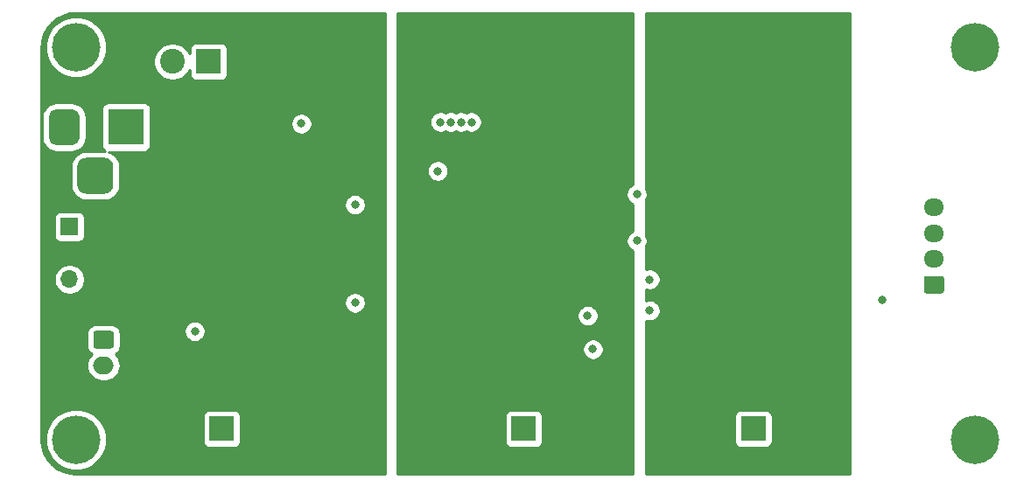
<source format=gbr>
G04 #@! TF.GenerationSoftware,KiCad,Pcbnew,5.1.10-88a1d61d58~90~ubuntu21.04.1*
G04 #@! TF.CreationDate,2021-09-08T16:27:19+02:00*
G04 #@! TF.ProjectId,PowerDistribution,506f7765-7244-4697-9374-726962757469,rev?*
G04 #@! TF.SameCoordinates,Original*
G04 #@! TF.FileFunction,Copper,L3,Inr*
G04 #@! TF.FilePolarity,Positive*
%FSLAX46Y46*%
G04 Gerber Fmt 4.6, Leading zero omitted, Abs format (unit mm)*
G04 Created by KiCad (PCBNEW 5.1.10-88a1d61d58~90~ubuntu21.04.1) date 2021-09-08 16:27:19*
%MOMM*%
%LPD*%
G01*
G04 APERTURE LIST*
G04 #@! TA.AperFunction,ComponentPad*
%ADD10C,2.400000*%
G04 #@! TD*
G04 #@! TA.AperFunction,ComponentPad*
%ADD11R,2.400000X2.400000*%
G04 #@! TD*
G04 #@! TA.AperFunction,ComponentPad*
%ADD12C,4.700000*%
G04 #@! TD*
G04 #@! TA.AperFunction,ComponentPad*
%ADD13O,1.950000X1.700000*%
G04 #@! TD*
G04 #@! TA.AperFunction,ComponentPad*
%ADD14R,3.500000X3.500000*%
G04 #@! TD*
G04 #@! TA.AperFunction,ComponentPad*
%ADD15O,1.700000X1.700000*%
G04 #@! TD*
G04 #@! TA.AperFunction,ComponentPad*
%ADD16R,1.700000X1.700000*%
G04 #@! TD*
G04 #@! TA.AperFunction,ComponentPad*
%ADD17O,2.000000X1.700000*%
G04 #@! TD*
G04 #@! TA.AperFunction,ViaPad*
%ADD18C,0.800000*%
G04 #@! TD*
G04 #@! TA.AperFunction,Conductor*
%ADD19C,0.254000*%
G04 #@! TD*
G04 #@! TA.AperFunction,Conductor*
%ADD20C,0.100000*%
G04 #@! TD*
G04 APERTURE END LIST*
D10*
X33330000Y-25400000D03*
D11*
X36830000Y-25400000D03*
D10*
X41600000Y-60960000D03*
D11*
X38100000Y-60960000D03*
D10*
X93035000Y-60960000D03*
D11*
X89535000Y-60960000D03*
D10*
X70810000Y-60960000D03*
D11*
X67310000Y-60960000D03*
D12*
X24000000Y-24000000D03*
D13*
X107000000Y-39500000D03*
X107000000Y-42000000D03*
X107000000Y-44500000D03*
G04 #@! TA.AperFunction,ComponentPad*
G36*
G01*
X107725000Y-47850000D02*
X106275000Y-47850000D01*
G75*
G02*
X106025000Y-47600000I0J250000D01*
G01*
X106025000Y-46400000D01*
G75*
G02*
X106275000Y-46150000I250000J0D01*
G01*
X107725000Y-46150000D01*
G75*
G02*
X107975000Y-46400000I0J-250000D01*
G01*
X107975000Y-47600000D01*
G75*
G02*
X107725000Y-47850000I-250000J0D01*
G01*
G37*
G04 #@! TD.AperFunction*
D12*
X111000000Y-24000000D03*
X111000000Y-62000000D03*
X24000000Y-62000000D03*
G04 #@! TA.AperFunction,ComponentPad*
G36*
G01*
X24110000Y-37325000D02*
X24110000Y-35575000D01*
G75*
G02*
X24985000Y-34700000I875000J0D01*
G01*
X26735000Y-34700000D01*
G75*
G02*
X27610000Y-35575000I0J-875000D01*
G01*
X27610000Y-37325000D01*
G75*
G02*
X26735000Y-38200000I-875000J0D01*
G01*
X24985000Y-38200000D01*
G75*
G02*
X24110000Y-37325000I0J875000D01*
G01*
G37*
G04 #@! TD.AperFunction*
G04 #@! TA.AperFunction,ComponentPad*
G36*
G01*
X21360000Y-32750000D02*
X21360000Y-30750000D01*
G75*
G02*
X22110000Y-30000000I750000J0D01*
G01*
X23610000Y-30000000D01*
G75*
G02*
X24360000Y-30750000I0J-750000D01*
G01*
X24360000Y-32750000D01*
G75*
G02*
X23610000Y-33500000I-750000J0D01*
G01*
X22110000Y-33500000D01*
G75*
G02*
X21360000Y-32750000I0J750000D01*
G01*
G37*
G04 #@! TD.AperFunction*
D14*
X28860000Y-31750000D03*
D15*
X23368000Y-46482000D03*
X23368000Y-43942000D03*
D16*
X23368000Y-41402000D03*
D17*
X26670000Y-54824000D03*
G04 #@! TA.AperFunction,ComponentPad*
G36*
G01*
X25920000Y-51474000D02*
X27420000Y-51474000D01*
G75*
G02*
X27670000Y-51724000I0J-250000D01*
G01*
X27670000Y-52924000D01*
G75*
G02*
X27420000Y-53174000I-250000J0D01*
G01*
X25920000Y-53174000D01*
G75*
G02*
X25670000Y-52924000I0J250000D01*
G01*
X25670000Y-51724000D01*
G75*
G02*
X25920000Y-51474000I250000J0D01*
G01*
G37*
G04 #@! TD.AperFunction*
D18*
X102000000Y-48500000D03*
X61250000Y-31250000D03*
X60250000Y-31250000D03*
X59250000Y-31250000D03*
X62250000Y-31250000D03*
X79500000Y-46500000D03*
X79500000Y-49500000D03*
X59000000Y-36000000D03*
X45800000Y-31400000D03*
X50600000Y-21400000D03*
X49600000Y-21400000D03*
X48600000Y-21400000D03*
X26670000Y-43942000D03*
X25653994Y-43942000D03*
X59000000Y-53000000D03*
X60000000Y-53000000D03*
X61000000Y-53000000D03*
X61000000Y-52000000D03*
X60000000Y-52000000D03*
X59000000Y-52000000D03*
X69000000Y-53000000D03*
X68000000Y-53000000D03*
X69000000Y-23000000D03*
X74000000Y-53250000D03*
X35500000Y-51500000D03*
X73500000Y-50000000D03*
X86025000Y-29975000D03*
X84350000Y-29650000D03*
X51000000Y-48750000D03*
X78250410Y-42749590D03*
X51000000Y-39250000D03*
X78250000Y-38250000D03*
D19*
X53873000Y-65340000D02*
X24032279Y-65340000D01*
X23351874Y-65273286D01*
X22728430Y-65085057D01*
X22153427Y-64779323D01*
X21648752Y-64367721D01*
X21233638Y-63865933D01*
X20923896Y-63293077D01*
X20731318Y-62670961D01*
X20660000Y-61992417D01*
X20660000Y-61706003D01*
X21015000Y-61706003D01*
X21015000Y-62293997D01*
X21129712Y-62870692D01*
X21354727Y-63413928D01*
X21681399Y-63902826D01*
X22097174Y-64318601D01*
X22586072Y-64645273D01*
X23129308Y-64870288D01*
X23706003Y-64985000D01*
X24293997Y-64985000D01*
X24870692Y-64870288D01*
X25413928Y-64645273D01*
X25902826Y-64318601D01*
X26318601Y-63902826D01*
X26645273Y-63413928D01*
X26870288Y-62870692D01*
X26985000Y-62293997D01*
X26985000Y-61706003D01*
X26870288Y-61129308D01*
X26645273Y-60586072D01*
X26318601Y-60097174D01*
X25981427Y-59760000D01*
X36261928Y-59760000D01*
X36261928Y-62160000D01*
X36274188Y-62284482D01*
X36310498Y-62404180D01*
X36369463Y-62514494D01*
X36448815Y-62611185D01*
X36545506Y-62690537D01*
X36655820Y-62749502D01*
X36775518Y-62785812D01*
X36900000Y-62798072D01*
X39300000Y-62798072D01*
X39424482Y-62785812D01*
X39544180Y-62749502D01*
X39654494Y-62690537D01*
X39751185Y-62611185D01*
X39830537Y-62514494D01*
X39889502Y-62404180D01*
X39925812Y-62284482D01*
X39938072Y-62160000D01*
X39938072Y-59760000D01*
X39925812Y-59635518D01*
X39889502Y-59515820D01*
X39830537Y-59405506D01*
X39751185Y-59308815D01*
X39654494Y-59229463D01*
X39544180Y-59170498D01*
X39424482Y-59134188D01*
X39300000Y-59121928D01*
X36900000Y-59121928D01*
X36775518Y-59134188D01*
X36655820Y-59170498D01*
X36545506Y-59229463D01*
X36448815Y-59308815D01*
X36369463Y-59405506D01*
X36310498Y-59515820D01*
X36274188Y-59635518D01*
X36261928Y-59760000D01*
X25981427Y-59760000D01*
X25902826Y-59681399D01*
X25413928Y-59354727D01*
X24870692Y-59129712D01*
X24293997Y-59015000D01*
X23706003Y-59015000D01*
X23129308Y-59129712D01*
X22586072Y-59354727D01*
X22097174Y-59681399D01*
X21681399Y-60097174D01*
X21354727Y-60586072D01*
X21129712Y-61129308D01*
X21015000Y-61706003D01*
X20660000Y-61706003D01*
X20660000Y-54824000D01*
X25027815Y-54824000D01*
X25056487Y-55115111D01*
X25141401Y-55395034D01*
X25279294Y-55653014D01*
X25464866Y-55879134D01*
X25690986Y-56064706D01*
X25948966Y-56202599D01*
X26228889Y-56287513D01*
X26447050Y-56309000D01*
X26892950Y-56309000D01*
X27111111Y-56287513D01*
X27391034Y-56202599D01*
X27649014Y-56064706D01*
X27875134Y-55879134D01*
X28060706Y-55653014D01*
X28198599Y-55395034D01*
X28283513Y-55115111D01*
X28312185Y-54824000D01*
X28283513Y-54532889D01*
X28198599Y-54252966D01*
X28060706Y-53994986D01*
X27875134Y-53768866D01*
X27811663Y-53716777D01*
X27913386Y-53662405D01*
X28047962Y-53551962D01*
X28158405Y-53417386D01*
X28240472Y-53263850D01*
X28291008Y-53097254D01*
X28308072Y-52924000D01*
X28308072Y-51724000D01*
X28291008Y-51550746D01*
X28244692Y-51398061D01*
X34465000Y-51398061D01*
X34465000Y-51601939D01*
X34504774Y-51801898D01*
X34582795Y-51990256D01*
X34696063Y-52159774D01*
X34840226Y-52303937D01*
X35009744Y-52417205D01*
X35198102Y-52495226D01*
X35398061Y-52535000D01*
X35601939Y-52535000D01*
X35801898Y-52495226D01*
X35990256Y-52417205D01*
X36159774Y-52303937D01*
X36303937Y-52159774D01*
X36417205Y-51990256D01*
X36495226Y-51801898D01*
X36535000Y-51601939D01*
X36535000Y-51398061D01*
X36495226Y-51198102D01*
X36417205Y-51009744D01*
X36303937Y-50840226D01*
X36159774Y-50696063D01*
X35990256Y-50582795D01*
X35801898Y-50504774D01*
X35601939Y-50465000D01*
X35398061Y-50465000D01*
X35198102Y-50504774D01*
X35009744Y-50582795D01*
X34840226Y-50696063D01*
X34696063Y-50840226D01*
X34582795Y-51009744D01*
X34504774Y-51198102D01*
X34465000Y-51398061D01*
X28244692Y-51398061D01*
X28240472Y-51384150D01*
X28158405Y-51230614D01*
X28047962Y-51096038D01*
X27913386Y-50985595D01*
X27759850Y-50903528D01*
X27593254Y-50852992D01*
X27420000Y-50835928D01*
X25920000Y-50835928D01*
X25746746Y-50852992D01*
X25580150Y-50903528D01*
X25426614Y-50985595D01*
X25292038Y-51096038D01*
X25181595Y-51230614D01*
X25099528Y-51384150D01*
X25048992Y-51550746D01*
X25031928Y-51724000D01*
X25031928Y-52924000D01*
X25048992Y-53097254D01*
X25099528Y-53263850D01*
X25181595Y-53417386D01*
X25292038Y-53551962D01*
X25426614Y-53662405D01*
X25528337Y-53716777D01*
X25464866Y-53768866D01*
X25279294Y-53994986D01*
X25141401Y-54252966D01*
X25056487Y-54532889D01*
X25027815Y-54824000D01*
X20660000Y-54824000D01*
X20660000Y-48648061D01*
X49965000Y-48648061D01*
X49965000Y-48851939D01*
X50004774Y-49051898D01*
X50082795Y-49240256D01*
X50196063Y-49409774D01*
X50340226Y-49553937D01*
X50509744Y-49667205D01*
X50698102Y-49745226D01*
X50898061Y-49785000D01*
X51101939Y-49785000D01*
X51301898Y-49745226D01*
X51490256Y-49667205D01*
X51659774Y-49553937D01*
X51803937Y-49409774D01*
X51917205Y-49240256D01*
X51995226Y-49051898D01*
X52035000Y-48851939D01*
X52035000Y-48648061D01*
X51995226Y-48448102D01*
X51917205Y-48259744D01*
X51803937Y-48090226D01*
X51659774Y-47946063D01*
X51490256Y-47832795D01*
X51301898Y-47754774D01*
X51101939Y-47715000D01*
X50898061Y-47715000D01*
X50698102Y-47754774D01*
X50509744Y-47832795D01*
X50340226Y-47946063D01*
X50196063Y-48090226D01*
X50082795Y-48259744D01*
X50004774Y-48448102D01*
X49965000Y-48648061D01*
X20660000Y-48648061D01*
X20660000Y-46335740D01*
X21883000Y-46335740D01*
X21883000Y-46628260D01*
X21940068Y-46915158D01*
X22052010Y-47185411D01*
X22214525Y-47428632D01*
X22421368Y-47635475D01*
X22664589Y-47797990D01*
X22934842Y-47909932D01*
X23221740Y-47967000D01*
X23514260Y-47967000D01*
X23801158Y-47909932D01*
X24071411Y-47797990D01*
X24314632Y-47635475D01*
X24521475Y-47428632D01*
X24683990Y-47185411D01*
X24795932Y-46915158D01*
X24853000Y-46628260D01*
X24853000Y-46335740D01*
X24795932Y-46048842D01*
X24683990Y-45778589D01*
X24521475Y-45535368D01*
X24314632Y-45328525D01*
X24071411Y-45166010D01*
X23801158Y-45054068D01*
X23514260Y-44997000D01*
X23221740Y-44997000D01*
X22934842Y-45054068D01*
X22664589Y-45166010D01*
X22421368Y-45328525D01*
X22214525Y-45535368D01*
X22052010Y-45778589D01*
X21940068Y-46048842D01*
X21883000Y-46335740D01*
X20660000Y-46335740D01*
X20660000Y-40552000D01*
X21879928Y-40552000D01*
X21879928Y-42252000D01*
X21892188Y-42376482D01*
X21928498Y-42496180D01*
X21987463Y-42606494D01*
X22066815Y-42703185D01*
X22163506Y-42782537D01*
X22273820Y-42841502D01*
X22393518Y-42877812D01*
X22518000Y-42890072D01*
X24218000Y-42890072D01*
X24342482Y-42877812D01*
X24462180Y-42841502D01*
X24572494Y-42782537D01*
X24669185Y-42703185D01*
X24748537Y-42606494D01*
X24807502Y-42496180D01*
X24843812Y-42376482D01*
X24856072Y-42252000D01*
X24856072Y-40552000D01*
X24843812Y-40427518D01*
X24807502Y-40307820D01*
X24748537Y-40197506D01*
X24669185Y-40100815D01*
X24572494Y-40021463D01*
X24462180Y-39962498D01*
X24342482Y-39926188D01*
X24218000Y-39913928D01*
X22518000Y-39913928D01*
X22393518Y-39926188D01*
X22273820Y-39962498D01*
X22163506Y-40021463D01*
X22066815Y-40100815D01*
X21987463Y-40197506D01*
X21928498Y-40307820D01*
X21892188Y-40427518D01*
X21879928Y-40552000D01*
X20660000Y-40552000D01*
X20660000Y-39148061D01*
X49965000Y-39148061D01*
X49965000Y-39351939D01*
X50004774Y-39551898D01*
X50082795Y-39740256D01*
X50196063Y-39909774D01*
X50340226Y-40053937D01*
X50509744Y-40167205D01*
X50698102Y-40245226D01*
X50898061Y-40285000D01*
X51101939Y-40285000D01*
X51301898Y-40245226D01*
X51490256Y-40167205D01*
X51659774Y-40053937D01*
X51803937Y-39909774D01*
X51917205Y-39740256D01*
X51995226Y-39551898D01*
X52035000Y-39351939D01*
X52035000Y-39148061D01*
X51995226Y-38948102D01*
X51917205Y-38759744D01*
X51803937Y-38590226D01*
X51659774Y-38446063D01*
X51490256Y-38332795D01*
X51301898Y-38254774D01*
X51101939Y-38215000D01*
X50898061Y-38215000D01*
X50698102Y-38254774D01*
X50509744Y-38332795D01*
X50340226Y-38446063D01*
X50196063Y-38590226D01*
X50082795Y-38759744D01*
X50004774Y-38948102D01*
X49965000Y-39148061D01*
X20660000Y-39148061D01*
X20660000Y-35575000D01*
X23471928Y-35575000D01*
X23471928Y-37325000D01*
X23501001Y-37620186D01*
X23587104Y-37904028D01*
X23726927Y-38165618D01*
X23915097Y-38394903D01*
X24144382Y-38583073D01*
X24405972Y-38722896D01*
X24689814Y-38808999D01*
X24985000Y-38838072D01*
X26735000Y-38838072D01*
X27030186Y-38808999D01*
X27314028Y-38722896D01*
X27575618Y-38583073D01*
X27804903Y-38394903D01*
X27993073Y-38165618D01*
X28132896Y-37904028D01*
X28218999Y-37620186D01*
X28248072Y-37325000D01*
X28248072Y-35575000D01*
X28218999Y-35279814D01*
X28132896Y-34995972D01*
X27993073Y-34734382D01*
X27804903Y-34505097D01*
X27575618Y-34316927D01*
X27314028Y-34177104D01*
X27185357Y-34138072D01*
X30610000Y-34138072D01*
X30734482Y-34125812D01*
X30854180Y-34089502D01*
X30964494Y-34030537D01*
X31061185Y-33951185D01*
X31140537Y-33854494D01*
X31199502Y-33744180D01*
X31235812Y-33624482D01*
X31248072Y-33500000D01*
X31248072Y-31298061D01*
X44765000Y-31298061D01*
X44765000Y-31501939D01*
X44804774Y-31701898D01*
X44882795Y-31890256D01*
X44996063Y-32059774D01*
X45140226Y-32203937D01*
X45309744Y-32317205D01*
X45498102Y-32395226D01*
X45698061Y-32435000D01*
X45901939Y-32435000D01*
X46101898Y-32395226D01*
X46290256Y-32317205D01*
X46459774Y-32203937D01*
X46603937Y-32059774D01*
X46717205Y-31890256D01*
X46795226Y-31701898D01*
X46835000Y-31501939D01*
X46835000Y-31298061D01*
X46795226Y-31098102D01*
X46717205Y-30909744D01*
X46603937Y-30740226D01*
X46459774Y-30596063D01*
X46290256Y-30482795D01*
X46101898Y-30404774D01*
X45901939Y-30365000D01*
X45698061Y-30365000D01*
X45498102Y-30404774D01*
X45309744Y-30482795D01*
X45140226Y-30596063D01*
X44996063Y-30740226D01*
X44882795Y-30909744D01*
X44804774Y-31098102D01*
X44765000Y-31298061D01*
X31248072Y-31298061D01*
X31248072Y-30000000D01*
X31235812Y-29875518D01*
X31199502Y-29755820D01*
X31140537Y-29645506D01*
X31061185Y-29548815D01*
X30964494Y-29469463D01*
X30854180Y-29410498D01*
X30734482Y-29374188D01*
X30610000Y-29361928D01*
X27110000Y-29361928D01*
X26985518Y-29374188D01*
X26865820Y-29410498D01*
X26755506Y-29469463D01*
X26658815Y-29548815D01*
X26579463Y-29645506D01*
X26520498Y-29755820D01*
X26484188Y-29875518D01*
X26471928Y-30000000D01*
X26471928Y-33500000D01*
X26484188Y-33624482D01*
X26520498Y-33744180D01*
X26579463Y-33854494D01*
X26658815Y-33951185D01*
X26755506Y-34030537D01*
X26832131Y-34071494D01*
X26735000Y-34061928D01*
X24985000Y-34061928D01*
X24689814Y-34091001D01*
X24405972Y-34177104D01*
X24144382Y-34316927D01*
X23915097Y-34505097D01*
X23726927Y-34734382D01*
X23587104Y-34995972D01*
X23501001Y-35279814D01*
X23471928Y-35575000D01*
X20660000Y-35575000D01*
X20660000Y-30750000D01*
X20721928Y-30750000D01*
X20721928Y-32750000D01*
X20748599Y-33020799D01*
X20827589Y-33281192D01*
X20955860Y-33521171D01*
X21128485Y-33731515D01*
X21338829Y-33904140D01*
X21578808Y-34032411D01*
X21839201Y-34111401D01*
X22110000Y-34138072D01*
X23610000Y-34138072D01*
X23880799Y-34111401D01*
X24141192Y-34032411D01*
X24381171Y-33904140D01*
X24591515Y-33731515D01*
X24764140Y-33521171D01*
X24892411Y-33281192D01*
X24971401Y-33020799D01*
X24998072Y-32750000D01*
X24998072Y-30750000D01*
X24971401Y-30479201D01*
X24892411Y-30218808D01*
X24764140Y-29978829D01*
X24591515Y-29768485D01*
X24381171Y-29595860D01*
X24141192Y-29467589D01*
X23880799Y-29388599D01*
X23610000Y-29361928D01*
X22110000Y-29361928D01*
X21839201Y-29388599D01*
X21578808Y-29467589D01*
X21338829Y-29595860D01*
X21128485Y-29768485D01*
X20955860Y-29978829D01*
X20827589Y-30218808D01*
X20748599Y-30479201D01*
X20721928Y-30750000D01*
X20660000Y-30750000D01*
X20660000Y-24032278D01*
X20691991Y-23706003D01*
X21015000Y-23706003D01*
X21015000Y-24293997D01*
X21129712Y-24870692D01*
X21354727Y-25413928D01*
X21681399Y-25902826D01*
X22097174Y-26318601D01*
X22586072Y-26645273D01*
X23129308Y-26870288D01*
X23706003Y-26985000D01*
X24293997Y-26985000D01*
X24870692Y-26870288D01*
X25413928Y-26645273D01*
X25902826Y-26318601D01*
X26318601Y-25902826D01*
X26645273Y-25413928D01*
X26725903Y-25219268D01*
X31495000Y-25219268D01*
X31495000Y-25580732D01*
X31565518Y-25935250D01*
X31703844Y-26269199D01*
X31904662Y-26569744D01*
X32160256Y-26825338D01*
X32460801Y-27026156D01*
X32794750Y-27164482D01*
X33149268Y-27235000D01*
X33510732Y-27235000D01*
X33865250Y-27164482D01*
X34199199Y-27026156D01*
X34499744Y-26825338D01*
X34755338Y-26569744D01*
X34956156Y-26269199D01*
X34991928Y-26182838D01*
X34991928Y-26600000D01*
X35004188Y-26724482D01*
X35040498Y-26844180D01*
X35099463Y-26954494D01*
X35178815Y-27051185D01*
X35275506Y-27130537D01*
X35385820Y-27189502D01*
X35505518Y-27225812D01*
X35630000Y-27238072D01*
X38030000Y-27238072D01*
X38154482Y-27225812D01*
X38274180Y-27189502D01*
X38384494Y-27130537D01*
X38481185Y-27051185D01*
X38560537Y-26954494D01*
X38619502Y-26844180D01*
X38655812Y-26724482D01*
X38668072Y-26600000D01*
X38668072Y-24200000D01*
X38655812Y-24075518D01*
X38619502Y-23955820D01*
X38560537Y-23845506D01*
X38481185Y-23748815D01*
X38384494Y-23669463D01*
X38274180Y-23610498D01*
X38154482Y-23574188D01*
X38030000Y-23561928D01*
X35630000Y-23561928D01*
X35505518Y-23574188D01*
X35385820Y-23610498D01*
X35275506Y-23669463D01*
X35178815Y-23748815D01*
X35099463Y-23845506D01*
X35040498Y-23955820D01*
X35004188Y-24075518D01*
X34991928Y-24200000D01*
X34991928Y-24617162D01*
X34956156Y-24530801D01*
X34755338Y-24230256D01*
X34499744Y-23974662D01*
X34199199Y-23773844D01*
X33865250Y-23635518D01*
X33510732Y-23565000D01*
X33149268Y-23565000D01*
X32794750Y-23635518D01*
X32460801Y-23773844D01*
X32160256Y-23974662D01*
X31904662Y-24230256D01*
X31703844Y-24530801D01*
X31565518Y-24864750D01*
X31495000Y-25219268D01*
X26725903Y-25219268D01*
X26870288Y-24870692D01*
X26985000Y-24293997D01*
X26985000Y-23706003D01*
X26870288Y-23129308D01*
X26645273Y-22586072D01*
X26318601Y-22097174D01*
X25902826Y-21681399D01*
X25413928Y-21354727D01*
X24870692Y-21129712D01*
X24293997Y-21015000D01*
X23706003Y-21015000D01*
X23129308Y-21129712D01*
X22586072Y-21354727D01*
X22097174Y-21681399D01*
X21681399Y-22097174D01*
X21354727Y-22586072D01*
X21129712Y-23129308D01*
X21015000Y-23706003D01*
X20691991Y-23706003D01*
X20726714Y-23351874D01*
X20914943Y-22728428D01*
X21220681Y-22153421D01*
X21632279Y-21648753D01*
X22134067Y-21233638D01*
X22706924Y-20923895D01*
X23329039Y-20731318D01*
X24007584Y-20660000D01*
X53873000Y-20660000D01*
X53873000Y-65340000D01*
G04 #@! TA.AperFunction,Conductor*
D20*
G36*
X53873000Y-65340000D02*
G01*
X24032279Y-65340000D01*
X23351874Y-65273286D01*
X22728430Y-65085057D01*
X22153427Y-64779323D01*
X21648752Y-64367721D01*
X21233638Y-63865933D01*
X20923896Y-63293077D01*
X20731318Y-62670961D01*
X20660000Y-61992417D01*
X20660000Y-61706003D01*
X21015000Y-61706003D01*
X21015000Y-62293997D01*
X21129712Y-62870692D01*
X21354727Y-63413928D01*
X21681399Y-63902826D01*
X22097174Y-64318601D01*
X22586072Y-64645273D01*
X23129308Y-64870288D01*
X23706003Y-64985000D01*
X24293997Y-64985000D01*
X24870692Y-64870288D01*
X25413928Y-64645273D01*
X25902826Y-64318601D01*
X26318601Y-63902826D01*
X26645273Y-63413928D01*
X26870288Y-62870692D01*
X26985000Y-62293997D01*
X26985000Y-61706003D01*
X26870288Y-61129308D01*
X26645273Y-60586072D01*
X26318601Y-60097174D01*
X25981427Y-59760000D01*
X36261928Y-59760000D01*
X36261928Y-62160000D01*
X36274188Y-62284482D01*
X36310498Y-62404180D01*
X36369463Y-62514494D01*
X36448815Y-62611185D01*
X36545506Y-62690537D01*
X36655820Y-62749502D01*
X36775518Y-62785812D01*
X36900000Y-62798072D01*
X39300000Y-62798072D01*
X39424482Y-62785812D01*
X39544180Y-62749502D01*
X39654494Y-62690537D01*
X39751185Y-62611185D01*
X39830537Y-62514494D01*
X39889502Y-62404180D01*
X39925812Y-62284482D01*
X39938072Y-62160000D01*
X39938072Y-59760000D01*
X39925812Y-59635518D01*
X39889502Y-59515820D01*
X39830537Y-59405506D01*
X39751185Y-59308815D01*
X39654494Y-59229463D01*
X39544180Y-59170498D01*
X39424482Y-59134188D01*
X39300000Y-59121928D01*
X36900000Y-59121928D01*
X36775518Y-59134188D01*
X36655820Y-59170498D01*
X36545506Y-59229463D01*
X36448815Y-59308815D01*
X36369463Y-59405506D01*
X36310498Y-59515820D01*
X36274188Y-59635518D01*
X36261928Y-59760000D01*
X25981427Y-59760000D01*
X25902826Y-59681399D01*
X25413928Y-59354727D01*
X24870692Y-59129712D01*
X24293997Y-59015000D01*
X23706003Y-59015000D01*
X23129308Y-59129712D01*
X22586072Y-59354727D01*
X22097174Y-59681399D01*
X21681399Y-60097174D01*
X21354727Y-60586072D01*
X21129712Y-61129308D01*
X21015000Y-61706003D01*
X20660000Y-61706003D01*
X20660000Y-54824000D01*
X25027815Y-54824000D01*
X25056487Y-55115111D01*
X25141401Y-55395034D01*
X25279294Y-55653014D01*
X25464866Y-55879134D01*
X25690986Y-56064706D01*
X25948966Y-56202599D01*
X26228889Y-56287513D01*
X26447050Y-56309000D01*
X26892950Y-56309000D01*
X27111111Y-56287513D01*
X27391034Y-56202599D01*
X27649014Y-56064706D01*
X27875134Y-55879134D01*
X28060706Y-55653014D01*
X28198599Y-55395034D01*
X28283513Y-55115111D01*
X28312185Y-54824000D01*
X28283513Y-54532889D01*
X28198599Y-54252966D01*
X28060706Y-53994986D01*
X27875134Y-53768866D01*
X27811663Y-53716777D01*
X27913386Y-53662405D01*
X28047962Y-53551962D01*
X28158405Y-53417386D01*
X28240472Y-53263850D01*
X28291008Y-53097254D01*
X28308072Y-52924000D01*
X28308072Y-51724000D01*
X28291008Y-51550746D01*
X28244692Y-51398061D01*
X34465000Y-51398061D01*
X34465000Y-51601939D01*
X34504774Y-51801898D01*
X34582795Y-51990256D01*
X34696063Y-52159774D01*
X34840226Y-52303937D01*
X35009744Y-52417205D01*
X35198102Y-52495226D01*
X35398061Y-52535000D01*
X35601939Y-52535000D01*
X35801898Y-52495226D01*
X35990256Y-52417205D01*
X36159774Y-52303937D01*
X36303937Y-52159774D01*
X36417205Y-51990256D01*
X36495226Y-51801898D01*
X36535000Y-51601939D01*
X36535000Y-51398061D01*
X36495226Y-51198102D01*
X36417205Y-51009744D01*
X36303937Y-50840226D01*
X36159774Y-50696063D01*
X35990256Y-50582795D01*
X35801898Y-50504774D01*
X35601939Y-50465000D01*
X35398061Y-50465000D01*
X35198102Y-50504774D01*
X35009744Y-50582795D01*
X34840226Y-50696063D01*
X34696063Y-50840226D01*
X34582795Y-51009744D01*
X34504774Y-51198102D01*
X34465000Y-51398061D01*
X28244692Y-51398061D01*
X28240472Y-51384150D01*
X28158405Y-51230614D01*
X28047962Y-51096038D01*
X27913386Y-50985595D01*
X27759850Y-50903528D01*
X27593254Y-50852992D01*
X27420000Y-50835928D01*
X25920000Y-50835928D01*
X25746746Y-50852992D01*
X25580150Y-50903528D01*
X25426614Y-50985595D01*
X25292038Y-51096038D01*
X25181595Y-51230614D01*
X25099528Y-51384150D01*
X25048992Y-51550746D01*
X25031928Y-51724000D01*
X25031928Y-52924000D01*
X25048992Y-53097254D01*
X25099528Y-53263850D01*
X25181595Y-53417386D01*
X25292038Y-53551962D01*
X25426614Y-53662405D01*
X25528337Y-53716777D01*
X25464866Y-53768866D01*
X25279294Y-53994986D01*
X25141401Y-54252966D01*
X25056487Y-54532889D01*
X25027815Y-54824000D01*
X20660000Y-54824000D01*
X20660000Y-48648061D01*
X49965000Y-48648061D01*
X49965000Y-48851939D01*
X50004774Y-49051898D01*
X50082795Y-49240256D01*
X50196063Y-49409774D01*
X50340226Y-49553937D01*
X50509744Y-49667205D01*
X50698102Y-49745226D01*
X50898061Y-49785000D01*
X51101939Y-49785000D01*
X51301898Y-49745226D01*
X51490256Y-49667205D01*
X51659774Y-49553937D01*
X51803937Y-49409774D01*
X51917205Y-49240256D01*
X51995226Y-49051898D01*
X52035000Y-48851939D01*
X52035000Y-48648061D01*
X51995226Y-48448102D01*
X51917205Y-48259744D01*
X51803937Y-48090226D01*
X51659774Y-47946063D01*
X51490256Y-47832795D01*
X51301898Y-47754774D01*
X51101939Y-47715000D01*
X50898061Y-47715000D01*
X50698102Y-47754774D01*
X50509744Y-47832795D01*
X50340226Y-47946063D01*
X50196063Y-48090226D01*
X50082795Y-48259744D01*
X50004774Y-48448102D01*
X49965000Y-48648061D01*
X20660000Y-48648061D01*
X20660000Y-46335740D01*
X21883000Y-46335740D01*
X21883000Y-46628260D01*
X21940068Y-46915158D01*
X22052010Y-47185411D01*
X22214525Y-47428632D01*
X22421368Y-47635475D01*
X22664589Y-47797990D01*
X22934842Y-47909932D01*
X23221740Y-47967000D01*
X23514260Y-47967000D01*
X23801158Y-47909932D01*
X24071411Y-47797990D01*
X24314632Y-47635475D01*
X24521475Y-47428632D01*
X24683990Y-47185411D01*
X24795932Y-46915158D01*
X24853000Y-46628260D01*
X24853000Y-46335740D01*
X24795932Y-46048842D01*
X24683990Y-45778589D01*
X24521475Y-45535368D01*
X24314632Y-45328525D01*
X24071411Y-45166010D01*
X23801158Y-45054068D01*
X23514260Y-44997000D01*
X23221740Y-44997000D01*
X22934842Y-45054068D01*
X22664589Y-45166010D01*
X22421368Y-45328525D01*
X22214525Y-45535368D01*
X22052010Y-45778589D01*
X21940068Y-46048842D01*
X21883000Y-46335740D01*
X20660000Y-46335740D01*
X20660000Y-40552000D01*
X21879928Y-40552000D01*
X21879928Y-42252000D01*
X21892188Y-42376482D01*
X21928498Y-42496180D01*
X21987463Y-42606494D01*
X22066815Y-42703185D01*
X22163506Y-42782537D01*
X22273820Y-42841502D01*
X22393518Y-42877812D01*
X22518000Y-42890072D01*
X24218000Y-42890072D01*
X24342482Y-42877812D01*
X24462180Y-42841502D01*
X24572494Y-42782537D01*
X24669185Y-42703185D01*
X24748537Y-42606494D01*
X24807502Y-42496180D01*
X24843812Y-42376482D01*
X24856072Y-42252000D01*
X24856072Y-40552000D01*
X24843812Y-40427518D01*
X24807502Y-40307820D01*
X24748537Y-40197506D01*
X24669185Y-40100815D01*
X24572494Y-40021463D01*
X24462180Y-39962498D01*
X24342482Y-39926188D01*
X24218000Y-39913928D01*
X22518000Y-39913928D01*
X22393518Y-39926188D01*
X22273820Y-39962498D01*
X22163506Y-40021463D01*
X22066815Y-40100815D01*
X21987463Y-40197506D01*
X21928498Y-40307820D01*
X21892188Y-40427518D01*
X21879928Y-40552000D01*
X20660000Y-40552000D01*
X20660000Y-39148061D01*
X49965000Y-39148061D01*
X49965000Y-39351939D01*
X50004774Y-39551898D01*
X50082795Y-39740256D01*
X50196063Y-39909774D01*
X50340226Y-40053937D01*
X50509744Y-40167205D01*
X50698102Y-40245226D01*
X50898061Y-40285000D01*
X51101939Y-40285000D01*
X51301898Y-40245226D01*
X51490256Y-40167205D01*
X51659774Y-40053937D01*
X51803937Y-39909774D01*
X51917205Y-39740256D01*
X51995226Y-39551898D01*
X52035000Y-39351939D01*
X52035000Y-39148061D01*
X51995226Y-38948102D01*
X51917205Y-38759744D01*
X51803937Y-38590226D01*
X51659774Y-38446063D01*
X51490256Y-38332795D01*
X51301898Y-38254774D01*
X51101939Y-38215000D01*
X50898061Y-38215000D01*
X50698102Y-38254774D01*
X50509744Y-38332795D01*
X50340226Y-38446063D01*
X50196063Y-38590226D01*
X50082795Y-38759744D01*
X50004774Y-38948102D01*
X49965000Y-39148061D01*
X20660000Y-39148061D01*
X20660000Y-35575000D01*
X23471928Y-35575000D01*
X23471928Y-37325000D01*
X23501001Y-37620186D01*
X23587104Y-37904028D01*
X23726927Y-38165618D01*
X23915097Y-38394903D01*
X24144382Y-38583073D01*
X24405972Y-38722896D01*
X24689814Y-38808999D01*
X24985000Y-38838072D01*
X26735000Y-38838072D01*
X27030186Y-38808999D01*
X27314028Y-38722896D01*
X27575618Y-38583073D01*
X27804903Y-38394903D01*
X27993073Y-38165618D01*
X28132896Y-37904028D01*
X28218999Y-37620186D01*
X28248072Y-37325000D01*
X28248072Y-35575000D01*
X28218999Y-35279814D01*
X28132896Y-34995972D01*
X27993073Y-34734382D01*
X27804903Y-34505097D01*
X27575618Y-34316927D01*
X27314028Y-34177104D01*
X27185357Y-34138072D01*
X30610000Y-34138072D01*
X30734482Y-34125812D01*
X30854180Y-34089502D01*
X30964494Y-34030537D01*
X31061185Y-33951185D01*
X31140537Y-33854494D01*
X31199502Y-33744180D01*
X31235812Y-33624482D01*
X31248072Y-33500000D01*
X31248072Y-31298061D01*
X44765000Y-31298061D01*
X44765000Y-31501939D01*
X44804774Y-31701898D01*
X44882795Y-31890256D01*
X44996063Y-32059774D01*
X45140226Y-32203937D01*
X45309744Y-32317205D01*
X45498102Y-32395226D01*
X45698061Y-32435000D01*
X45901939Y-32435000D01*
X46101898Y-32395226D01*
X46290256Y-32317205D01*
X46459774Y-32203937D01*
X46603937Y-32059774D01*
X46717205Y-31890256D01*
X46795226Y-31701898D01*
X46835000Y-31501939D01*
X46835000Y-31298061D01*
X46795226Y-31098102D01*
X46717205Y-30909744D01*
X46603937Y-30740226D01*
X46459774Y-30596063D01*
X46290256Y-30482795D01*
X46101898Y-30404774D01*
X45901939Y-30365000D01*
X45698061Y-30365000D01*
X45498102Y-30404774D01*
X45309744Y-30482795D01*
X45140226Y-30596063D01*
X44996063Y-30740226D01*
X44882795Y-30909744D01*
X44804774Y-31098102D01*
X44765000Y-31298061D01*
X31248072Y-31298061D01*
X31248072Y-30000000D01*
X31235812Y-29875518D01*
X31199502Y-29755820D01*
X31140537Y-29645506D01*
X31061185Y-29548815D01*
X30964494Y-29469463D01*
X30854180Y-29410498D01*
X30734482Y-29374188D01*
X30610000Y-29361928D01*
X27110000Y-29361928D01*
X26985518Y-29374188D01*
X26865820Y-29410498D01*
X26755506Y-29469463D01*
X26658815Y-29548815D01*
X26579463Y-29645506D01*
X26520498Y-29755820D01*
X26484188Y-29875518D01*
X26471928Y-30000000D01*
X26471928Y-33500000D01*
X26484188Y-33624482D01*
X26520498Y-33744180D01*
X26579463Y-33854494D01*
X26658815Y-33951185D01*
X26755506Y-34030537D01*
X26832131Y-34071494D01*
X26735000Y-34061928D01*
X24985000Y-34061928D01*
X24689814Y-34091001D01*
X24405972Y-34177104D01*
X24144382Y-34316927D01*
X23915097Y-34505097D01*
X23726927Y-34734382D01*
X23587104Y-34995972D01*
X23501001Y-35279814D01*
X23471928Y-35575000D01*
X20660000Y-35575000D01*
X20660000Y-30750000D01*
X20721928Y-30750000D01*
X20721928Y-32750000D01*
X20748599Y-33020799D01*
X20827589Y-33281192D01*
X20955860Y-33521171D01*
X21128485Y-33731515D01*
X21338829Y-33904140D01*
X21578808Y-34032411D01*
X21839201Y-34111401D01*
X22110000Y-34138072D01*
X23610000Y-34138072D01*
X23880799Y-34111401D01*
X24141192Y-34032411D01*
X24381171Y-33904140D01*
X24591515Y-33731515D01*
X24764140Y-33521171D01*
X24892411Y-33281192D01*
X24971401Y-33020799D01*
X24998072Y-32750000D01*
X24998072Y-30750000D01*
X24971401Y-30479201D01*
X24892411Y-30218808D01*
X24764140Y-29978829D01*
X24591515Y-29768485D01*
X24381171Y-29595860D01*
X24141192Y-29467589D01*
X23880799Y-29388599D01*
X23610000Y-29361928D01*
X22110000Y-29361928D01*
X21839201Y-29388599D01*
X21578808Y-29467589D01*
X21338829Y-29595860D01*
X21128485Y-29768485D01*
X20955860Y-29978829D01*
X20827589Y-30218808D01*
X20748599Y-30479201D01*
X20721928Y-30750000D01*
X20660000Y-30750000D01*
X20660000Y-24032278D01*
X20691991Y-23706003D01*
X21015000Y-23706003D01*
X21015000Y-24293997D01*
X21129712Y-24870692D01*
X21354727Y-25413928D01*
X21681399Y-25902826D01*
X22097174Y-26318601D01*
X22586072Y-26645273D01*
X23129308Y-26870288D01*
X23706003Y-26985000D01*
X24293997Y-26985000D01*
X24870692Y-26870288D01*
X25413928Y-26645273D01*
X25902826Y-26318601D01*
X26318601Y-25902826D01*
X26645273Y-25413928D01*
X26725903Y-25219268D01*
X31495000Y-25219268D01*
X31495000Y-25580732D01*
X31565518Y-25935250D01*
X31703844Y-26269199D01*
X31904662Y-26569744D01*
X32160256Y-26825338D01*
X32460801Y-27026156D01*
X32794750Y-27164482D01*
X33149268Y-27235000D01*
X33510732Y-27235000D01*
X33865250Y-27164482D01*
X34199199Y-27026156D01*
X34499744Y-26825338D01*
X34755338Y-26569744D01*
X34956156Y-26269199D01*
X34991928Y-26182838D01*
X34991928Y-26600000D01*
X35004188Y-26724482D01*
X35040498Y-26844180D01*
X35099463Y-26954494D01*
X35178815Y-27051185D01*
X35275506Y-27130537D01*
X35385820Y-27189502D01*
X35505518Y-27225812D01*
X35630000Y-27238072D01*
X38030000Y-27238072D01*
X38154482Y-27225812D01*
X38274180Y-27189502D01*
X38384494Y-27130537D01*
X38481185Y-27051185D01*
X38560537Y-26954494D01*
X38619502Y-26844180D01*
X38655812Y-26724482D01*
X38668072Y-26600000D01*
X38668072Y-24200000D01*
X38655812Y-24075518D01*
X38619502Y-23955820D01*
X38560537Y-23845506D01*
X38481185Y-23748815D01*
X38384494Y-23669463D01*
X38274180Y-23610498D01*
X38154482Y-23574188D01*
X38030000Y-23561928D01*
X35630000Y-23561928D01*
X35505518Y-23574188D01*
X35385820Y-23610498D01*
X35275506Y-23669463D01*
X35178815Y-23748815D01*
X35099463Y-23845506D01*
X35040498Y-23955820D01*
X35004188Y-24075518D01*
X34991928Y-24200000D01*
X34991928Y-24617162D01*
X34956156Y-24530801D01*
X34755338Y-24230256D01*
X34499744Y-23974662D01*
X34199199Y-23773844D01*
X33865250Y-23635518D01*
X33510732Y-23565000D01*
X33149268Y-23565000D01*
X32794750Y-23635518D01*
X32460801Y-23773844D01*
X32160256Y-23974662D01*
X31904662Y-24230256D01*
X31703844Y-24530801D01*
X31565518Y-24864750D01*
X31495000Y-25219268D01*
X26725903Y-25219268D01*
X26870288Y-24870692D01*
X26985000Y-24293997D01*
X26985000Y-23706003D01*
X26870288Y-23129308D01*
X26645273Y-22586072D01*
X26318601Y-22097174D01*
X25902826Y-21681399D01*
X25413928Y-21354727D01*
X24870692Y-21129712D01*
X24293997Y-21015000D01*
X23706003Y-21015000D01*
X23129308Y-21129712D01*
X22586072Y-21354727D01*
X22097174Y-21681399D01*
X21681399Y-22097174D01*
X21354727Y-22586072D01*
X21129712Y-23129308D01*
X21015000Y-23706003D01*
X20691991Y-23706003D01*
X20726714Y-23351874D01*
X20914943Y-22728428D01*
X21220681Y-22153421D01*
X21632279Y-21648753D01*
X22134067Y-21233638D01*
X22706924Y-20923895D01*
X23329039Y-20731318D01*
X24007584Y-20660000D01*
X53873000Y-20660000D01*
X53873000Y-65340000D01*
G37*
G04 #@! TD.AperFunction*
D19*
X77873000Y-37285882D02*
X77759744Y-37332795D01*
X77590226Y-37446063D01*
X77446063Y-37590226D01*
X77332795Y-37759744D01*
X77254774Y-37948102D01*
X77215000Y-38148061D01*
X77215000Y-38351939D01*
X77254774Y-38551898D01*
X77332795Y-38740256D01*
X77446063Y-38909774D01*
X77590226Y-39053937D01*
X77759744Y-39167205D01*
X77873000Y-39214118D01*
X77873000Y-41785642D01*
X77760154Y-41832385D01*
X77590636Y-41945653D01*
X77446473Y-42089816D01*
X77333205Y-42259334D01*
X77255184Y-42447692D01*
X77215410Y-42647651D01*
X77215410Y-42851529D01*
X77255184Y-43051488D01*
X77333205Y-43239846D01*
X77446473Y-43409364D01*
X77590636Y-43553527D01*
X77760154Y-43666795D01*
X77873000Y-43713538D01*
X77873000Y-65340000D01*
X55127000Y-65340000D01*
X55127000Y-59760000D01*
X65471928Y-59760000D01*
X65471928Y-62160000D01*
X65484188Y-62284482D01*
X65520498Y-62404180D01*
X65579463Y-62514494D01*
X65658815Y-62611185D01*
X65755506Y-62690537D01*
X65865820Y-62749502D01*
X65985518Y-62785812D01*
X66110000Y-62798072D01*
X68510000Y-62798072D01*
X68634482Y-62785812D01*
X68754180Y-62749502D01*
X68864494Y-62690537D01*
X68961185Y-62611185D01*
X69040537Y-62514494D01*
X69099502Y-62404180D01*
X69135812Y-62284482D01*
X69148072Y-62160000D01*
X69148072Y-59760000D01*
X69135812Y-59635518D01*
X69099502Y-59515820D01*
X69040537Y-59405506D01*
X68961185Y-59308815D01*
X68864494Y-59229463D01*
X68754180Y-59170498D01*
X68634482Y-59134188D01*
X68510000Y-59121928D01*
X66110000Y-59121928D01*
X65985518Y-59134188D01*
X65865820Y-59170498D01*
X65755506Y-59229463D01*
X65658815Y-59308815D01*
X65579463Y-59405506D01*
X65520498Y-59515820D01*
X65484188Y-59635518D01*
X65471928Y-59760000D01*
X55127000Y-59760000D01*
X55127000Y-53148061D01*
X72965000Y-53148061D01*
X72965000Y-53351939D01*
X73004774Y-53551898D01*
X73082795Y-53740256D01*
X73196063Y-53909774D01*
X73340226Y-54053937D01*
X73509744Y-54167205D01*
X73698102Y-54245226D01*
X73898061Y-54285000D01*
X74101939Y-54285000D01*
X74301898Y-54245226D01*
X74490256Y-54167205D01*
X74659774Y-54053937D01*
X74803937Y-53909774D01*
X74917205Y-53740256D01*
X74995226Y-53551898D01*
X75035000Y-53351939D01*
X75035000Y-53148061D01*
X74995226Y-52948102D01*
X74917205Y-52759744D01*
X74803937Y-52590226D01*
X74659774Y-52446063D01*
X74490256Y-52332795D01*
X74301898Y-52254774D01*
X74101939Y-52215000D01*
X73898061Y-52215000D01*
X73698102Y-52254774D01*
X73509744Y-52332795D01*
X73340226Y-52446063D01*
X73196063Y-52590226D01*
X73082795Y-52759744D01*
X73004774Y-52948102D01*
X72965000Y-53148061D01*
X55127000Y-53148061D01*
X55127000Y-49898061D01*
X72465000Y-49898061D01*
X72465000Y-50101939D01*
X72504774Y-50301898D01*
X72582795Y-50490256D01*
X72696063Y-50659774D01*
X72840226Y-50803937D01*
X73009744Y-50917205D01*
X73198102Y-50995226D01*
X73398061Y-51035000D01*
X73601939Y-51035000D01*
X73801898Y-50995226D01*
X73990256Y-50917205D01*
X74159774Y-50803937D01*
X74303937Y-50659774D01*
X74417205Y-50490256D01*
X74495226Y-50301898D01*
X74535000Y-50101939D01*
X74535000Y-49898061D01*
X74495226Y-49698102D01*
X74417205Y-49509744D01*
X74303937Y-49340226D01*
X74159774Y-49196063D01*
X73990256Y-49082795D01*
X73801898Y-49004774D01*
X73601939Y-48965000D01*
X73398061Y-48965000D01*
X73198102Y-49004774D01*
X73009744Y-49082795D01*
X72840226Y-49196063D01*
X72696063Y-49340226D01*
X72582795Y-49509744D01*
X72504774Y-49698102D01*
X72465000Y-49898061D01*
X55127000Y-49898061D01*
X55127000Y-35898061D01*
X57965000Y-35898061D01*
X57965000Y-36101939D01*
X58004774Y-36301898D01*
X58082795Y-36490256D01*
X58196063Y-36659774D01*
X58340226Y-36803937D01*
X58509744Y-36917205D01*
X58698102Y-36995226D01*
X58898061Y-37035000D01*
X59101939Y-37035000D01*
X59301898Y-36995226D01*
X59490256Y-36917205D01*
X59659774Y-36803937D01*
X59803937Y-36659774D01*
X59917205Y-36490256D01*
X59995226Y-36301898D01*
X60035000Y-36101939D01*
X60035000Y-35898061D01*
X59995226Y-35698102D01*
X59917205Y-35509744D01*
X59803937Y-35340226D01*
X59659774Y-35196063D01*
X59490256Y-35082795D01*
X59301898Y-35004774D01*
X59101939Y-34965000D01*
X58898061Y-34965000D01*
X58698102Y-35004774D01*
X58509744Y-35082795D01*
X58340226Y-35196063D01*
X58196063Y-35340226D01*
X58082795Y-35509744D01*
X58004774Y-35698102D01*
X57965000Y-35898061D01*
X55127000Y-35898061D01*
X55127000Y-31148061D01*
X58215000Y-31148061D01*
X58215000Y-31351939D01*
X58254774Y-31551898D01*
X58332795Y-31740256D01*
X58446063Y-31909774D01*
X58590226Y-32053937D01*
X58759744Y-32167205D01*
X58948102Y-32245226D01*
X59148061Y-32285000D01*
X59351939Y-32285000D01*
X59551898Y-32245226D01*
X59740256Y-32167205D01*
X59750000Y-32160694D01*
X59759744Y-32167205D01*
X59948102Y-32245226D01*
X60148061Y-32285000D01*
X60351939Y-32285000D01*
X60551898Y-32245226D01*
X60740256Y-32167205D01*
X60750000Y-32160694D01*
X60759744Y-32167205D01*
X60948102Y-32245226D01*
X61148061Y-32285000D01*
X61351939Y-32285000D01*
X61551898Y-32245226D01*
X61740256Y-32167205D01*
X61750000Y-32160694D01*
X61759744Y-32167205D01*
X61948102Y-32245226D01*
X62148061Y-32285000D01*
X62351939Y-32285000D01*
X62551898Y-32245226D01*
X62740256Y-32167205D01*
X62909774Y-32053937D01*
X63053937Y-31909774D01*
X63167205Y-31740256D01*
X63245226Y-31551898D01*
X63285000Y-31351939D01*
X63285000Y-31148061D01*
X63245226Y-30948102D01*
X63167205Y-30759744D01*
X63053937Y-30590226D01*
X62909774Y-30446063D01*
X62740256Y-30332795D01*
X62551898Y-30254774D01*
X62351939Y-30215000D01*
X62148061Y-30215000D01*
X61948102Y-30254774D01*
X61759744Y-30332795D01*
X61750000Y-30339306D01*
X61740256Y-30332795D01*
X61551898Y-30254774D01*
X61351939Y-30215000D01*
X61148061Y-30215000D01*
X60948102Y-30254774D01*
X60759744Y-30332795D01*
X60750000Y-30339306D01*
X60740256Y-30332795D01*
X60551898Y-30254774D01*
X60351939Y-30215000D01*
X60148061Y-30215000D01*
X59948102Y-30254774D01*
X59759744Y-30332795D01*
X59750000Y-30339306D01*
X59740256Y-30332795D01*
X59551898Y-30254774D01*
X59351939Y-30215000D01*
X59148061Y-30215000D01*
X58948102Y-30254774D01*
X58759744Y-30332795D01*
X58590226Y-30446063D01*
X58446063Y-30590226D01*
X58332795Y-30759744D01*
X58254774Y-30948102D01*
X58215000Y-31148061D01*
X55127000Y-31148061D01*
X55127000Y-20660000D01*
X77873000Y-20660000D01*
X77873000Y-37285882D01*
G04 #@! TA.AperFunction,Conductor*
D20*
G36*
X77873000Y-37285882D02*
G01*
X77759744Y-37332795D01*
X77590226Y-37446063D01*
X77446063Y-37590226D01*
X77332795Y-37759744D01*
X77254774Y-37948102D01*
X77215000Y-38148061D01*
X77215000Y-38351939D01*
X77254774Y-38551898D01*
X77332795Y-38740256D01*
X77446063Y-38909774D01*
X77590226Y-39053937D01*
X77759744Y-39167205D01*
X77873000Y-39214118D01*
X77873000Y-41785642D01*
X77760154Y-41832385D01*
X77590636Y-41945653D01*
X77446473Y-42089816D01*
X77333205Y-42259334D01*
X77255184Y-42447692D01*
X77215410Y-42647651D01*
X77215410Y-42851529D01*
X77255184Y-43051488D01*
X77333205Y-43239846D01*
X77446473Y-43409364D01*
X77590636Y-43553527D01*
X77760154Y-43666795D01*
X77873000Y-43713538D01*
X77873000Y-65340000D01*
X55127000Y-65340000D01*
X55127000Y-59760000D01*
X65471928Y-59760000D01*
X65471928Y-62160000D01*
X65484188Y-62284482D01*
X65520498Y-62404180D01*
X65579463Y-62514494D01*
X65658815Y-62611185D01*
X65755506Y-62690537D01*
X65865820Y-62749502D01*
X65985518Y-62785812D01*
X66110000Y-62798072D01*
X68510000Y-62798072D01*
X68634482Y-62785812D01*
X68754180Y-62749502D01*
X68864494Y-62690537D01*
X68961185Y-62611185D01*
X69040537Y-62514494D01*
X69099502Y-62404180D01*
X69135812Y-62284482D01*
X69148072Y-62160000D01*
X69148072Y-59760000D01*
X69135812Y-59635518D01*
X69099502Y-59515820D01*
X69040537Y-59405506D01*
X68961185Y-59308815D01*
X68864494Y-59229463D01*
X68754180Y-59170498D01*
X68634482Y-59134188D01*
X68510000Y-59121928D01*
X66110000Y-59121928D01*
X65985518Y-59134188D01*
X65865820Y-59170498D01*
X65755506Y-59229463D01*
X65658815Y-59308815D01*
X65579463Y-59405506D01*
X65520498Y-59515820D01*
X65484188Y-59635518D01*
X65471928Y-59760000D01*
X55127000Y-59760000D01*
X55127000Y-53148061D01*
X72965000Y-53148061D01*
X72965000Y-53351939D01*
X73004774Y-53551898D01*
X73082795Y-53740256D01*
X73196063Y-53909774D01*
X73340226Y-54053937D01*
X73509744Y-54167205D01*
X73698102Y-54245226D01*
X73898061Y-54285000D01*
X74101939Y-54285000D01*
X74301898Y-54245226D01*
X74490256Y-54167205D01*
X74659774Y-54053937D01*
X74803937Y-53909774D01*
X74917205Y-53740256D01*
X74995226Y-53551898D01*
X75035000Y-53351939D01*
X75035000Y-53148061D01*
X74995226Y-52948102D01*
X74917205Y-52759744D01*
X74803937Y-52590226D01*
X74659774Y-52446063D01*
X74490256Y-52332795D01*
X74301898Y-52254774D01*
X74101939Y-52215000D01*
X73898061Y-52215000D01*
X73698102Y-52254774D01*
X73509744Y-52332795D01*
X73340226Y-52446063D01*
X73196063Y-52590226D01*
X73082795Y-52759744D01*
X73004774Y-52948102D01*
X72965000Y-53148061D01*
X55127000Y-53148061D01*
X55127000Y-49898061D01*
X72465000Y-49898061D01*
X72465000Y-50101939D01*
X72504774Y-50301898D01*
X72582795Y-50490256D01*
X72696063Y-50659774D01*
X72840226Y-50803937D01*
X73009744Y-50917205D01*
X73198102Y-50995226D01*
X73398061Y-51035000D01*
X73601939Y-51035000D01*
X73801898Y-50995226D01*
X73990256Y-50917205D01*
X74159774Y-50803937D01*
X74303937Y-50659774D01*
X74417205Y-50490256D01*
X74495226Y-50301898D01*
X74535000Y-50101939D01*
X74535000Y-49898061D01*
X74495226Y-49698102D01*
X74417205Y-49509744D01*
X74303937Y-49340226D01*
X74159774Y-49196063D01*
X73990256Y-49082795D01*
X73801898Y-49004774D01*
X73601939Y-48965000D01*
X73398061Y-48965000D01*
X73198102Y-49004774D01*
X73009744Y-49082795D01*
X72840226Y-49196063D01*
X72696063Y-49340226D01*
X72582795Y-49509744D01*
X72504774Y-49698102D01*
X72465000Y-49898061D01*
X55127000Y-49898061D01*
X55127000Y-35898061D01*
X57965000Y-35898061D01*
X57965000Y-36101939D01*
X58004774Y-36301898D01*
X58082795Y-36490256D01*
X58196063Y-36659774D01*
X58340226Y-36803937D01*
X58509744Y-36917205D01*
X58698102Y-36995226D01*
X58898061Y-37035000D01*
X59101939Y-37035000D01*
X59301898Y-36995226D01*
X59490256Y-36917205D01*
X59659774Y-36803937D01*
X59803937Y-36659774D01*
X59917205Y-36490256D01*
X59995226Y-36301898D01*
X60035000Y-36101939D01*
X60035000Y-35898061D01*
X59995226Y-35698102D01*
X59917205Y-35509744D01*
X59803937Y-35340226D01*
X59659774Y-35196063D01*
X59490256Y-35082795D01*
X59301898Y-35004774D01*
X59101939Y-34965000D01*
X58898061Y-34965000D01*
X58698102Y-35004774D01*
X58509744Y-35082795D01*
X58340226Y-35196063D01*
X58196063Y-35340226D01*
X58082795Y-35509744D01*
X58004774Y-35698102D01*
X57965000Y-35898061D01*
X55127000Y-35898061D01*
X55127000Y-31148061D01*
X58215000Y-31148061D01*
X58215000Y-31351939D01*
X58254774Y-31551898D01*
X58332795Y-31740256D01*
X58446063Y-31909774D01*
X58590226Y-32053937D01*
X58759744Y-32167205D01*
X58948102Y-32245226D01*
X59148061Y-32285000D01*
X59351939Y-32285000D01*
X59551898Y-32245226D01*
X59740256Y-32167205D01*
X59750000Y-32160694D01*
X59759744Y-32167205D01*
X59948102Y-32245226D01*
X60148061Y-32285000D01*
X60351939Y-32285000D01*
X60551898Y-32245226D01*
X60740256Y-32167205D01*
X60750000Y-32160694D01*
X60759744Y-32167205D01*
X60948102Y-32245226D01*
X61148061Y-32285000D01*
X61351939Y-32285000D01*
X61551898Y-32245226D01*
X61740256Y-32167205D01*
X61750000Y-32160694D01*
X61759744Y-32167205D01*
X61948102Y-32245226D01*
X62148061Y-32285000D01*
X62351939Y-32285000D01*
X62551898Y-32245226D01*
X62740256Y-32167205D01*
X62909774Y-32053937D01*
X63053937Y-31909774D01*
X63167205Y-31740256D01*
X63245226Y-31551898D01*
X63285000Y-31351939D01*
X63285000Y-31148061D01*
X63245226Y-30948102D01*
X63167205Y-30759744D01*
X63053937Y-30590226D01*
X62909774Y-30446063D01*
X62740256Y-30332795D01*
X62551898Y-30254774D01*
X62351939Y-30215000D01*
X62148061Y-30215000D01*
X61948102Y-30254774D01*
X61759744Y-30332795D01*
X61750000Y-30339306D01*
X61740256Y-30332795D01*
X61551898Y-30254774D01*
X61351939Y-30215000D01*
X61148061Y-30215000D01*
X60948102Y-30254774D01*
X60759744Y-30332795D01*
X60750000Y-30339306D01*
X60740256Y-30332795D01*
X60551898Y-30254774D01*
X60351939Y-30215000D01*
X60148061Y-30215000D01*
X59948102Y-30254774D01*
X59759744Y-30332795D01*
X59750000Y-30339306D01*
X59740256Y-30332795D01*
X59551898Y-30254774D01*
X59351939Y-30215000D01*
X59148061Y-30215000D01*
X58948102Y-30254774D01*
X58759744Y-30332795D01*
X58590226Y-30446063D01*
X58446063Y-30590226D01*
X58332795Y-30759744D01*
X58254774Y-30948102D01*
X58215000Y-31148061D01*
X55127000Y-31148061D01*
X55127000Y-20660000D01*
X77873000Y-20660000D01*
X77873000Y-37285882D01*
G37*
G04 #@! TD.AperFunction*
D19*
X98873000Y-65340000D02*
X79127000Y-65340000D01*
X79127000Y-59760000D01*
X87696928Y-59760000D01*
X87696928Y-62160000D01*
X87709188Y-62284482D01*
X87745498Y-62404180D01*
X87804463Y-62514494D01*
X87883815Y-62611185D01*
X87980506Y-62690537D01*
X88090820Y-62749502D01*
X88210518Y-62785812D01*
X88335000Y-62798072D01*
X90735000Y-62798072D01*
X90859482Y-62785812D01*
X90979180Y-62749502D01*
X91089494Y-62690537D01*
X91186185Y-62611185D01*
X91265537Y-62514494D01*
X91324502Y-62404180D01*
X91360812Y-62284482D01*
X91373072Y-62160000D01*
X91373072Y-59760000D01*
X91360812Y-59635518D01*
X91324502Y-59515820D01*
X91265537Y-59405506D01*
X91186185Y-59308815D01*
X91089494Y-59229463D01*
X90979180Y-59170498D01*
X90859482Y-59134188D01*
X90735000Y-59121928D01*
X88335000Y-59121928D01*
X88210518Y-59134188D01*
X88090820Y-59170498D01*
X87980506Y-59229463D01*
X87883815Y-59308815D01*
X87804463Y-59405506D01*
X87745498Y-59515820D01*
X87709188Y-59635518D01*
X87696928Y-59760000D01*
X79127000Y-59760000D01*
X79127000Y-50465774D01*
X79198102Y-50495226D01*
X79398061Y-50535000D01*
X79601939Y-50535000D01*
X79801898Y-50495226D01*
X79990256Y-50417205D01*
X80159774Y-50303937D01*
X80303937Y-50159774D01*
X80417205Y-49990256D01*
X80495226Y-49801898D01*
X80535000Y-49601939D01*
X80535000Y-49398061D01*
X80495226Y-49198102D01*
X80417205Y-49009744D01*
X80303937Y-48840226D01*
X80159774Y-48696063D01*
X79990256Y-48582795D01*
X79801898Y-48504774D01*
X79601939Y-48465000D01*
X79398061Y-48465000D01*
X79198102Y-48504774D01*
X79127000Y-48534226D01*
X79127000Y-47465774D01*
X79198102Y-47495226D01*
X79398061Y-47535000D01*
X79601939Y-47535000D01*
X79801898Y-47495226D01*
X79990256Y-47417205D01*
X80159774Y-47303937D01*
X80303937Y-47159774D01*
X80417205Y-46990256D01*
X80495226Y-46801898D01*
X80535000Y-46601939D01*
X80535000Y-46398061D01*
X80495226Y-46198102D01*
X80417205Y-46009744D01*
X80303937Y-45840226D01*
X80159774Y-45696063D01*
X79990256Y-45582795D01*
X79801898Y-45504774D01*
X79601939Y-45465000D01*
X79398061Y-45465000D01*
X79198102Y-45504774D01*
X79127000Y-45534226D01*
X79127000Y-43300631D01*
X79167615Y-43239846D01*
X79245636Y-43051488D01*
X79285410Y-42851529D01*
X79285410Y-42647651D01*
X79245636Y-42447692D01*
X79167615Y-42259334D01*
X79127000Y-42198549D01*
X79127000Y-38800427D01*
X79167205Y-38740256D01*
X79245226Y-38551898D01*
X79285000Y-38351939D01*
X79285000Y-38148061D01*
X79245226Y-37948102D01*
X79167205Y-37759744D01*
X79127000Y-37699573D01*
X79127000Y-20660000D01*
X98873000Y-20660000D01*
X98873000Y-65340000D01*
G04 #@! TA.AperFunction,Conductor*
D20*
G36*
X98873000Y-65340000D02*
G01*
X79127000Y-65340000D01*
X79127000Y-59760000D01*
X87696928Y-59760000D01*
X87696928Y-62160000D01*
X87709188Y-62284482D01*
X87745498Y-62404180D01*
X87804463Y-62514494D01*
X87883815Y-62611185D01*
X87980506Y-62690537D01*
X88090820Y-62749502D01*
X88210518Y-62785812D01*
X88335000Y-62798072D01*
X90735000Y-62798072D01*
X90859482Y-62785812D01*
X90979180Y-62749502D01*
X91089494Y-62690537D01*
X91186185Y-62611185D01*
X91265537Y-62514494D01*
X91324502Y-62404180D01*
X91360812Y-62284482D01*
X91373072Y-62160000D01*
X91373072Y-59760000D01*
X91360812Y-59635518D01*
X91324502Y-59515820D01*
X91265537Y-59405506D01*
X91186185Y-59308815D01*
X91089494Y-59229463D01*
X90979180Y-59170498D01*
X90859482Y-59134188D01*
X90735000Y-59121928D01*
X88335000Y-59121928D01*
X88210518Y-59134188D01*
X88090820Y-59170498D01*
X87980506Y-59229463D01*
X87883815Y-59308815D01*
X87804463Y-59405506D01*
X87745498Y-59515820D01*
X87709188Y-59635518D01*
X87696928Y-59760000D01*
X79127000Y-59760000D01*
X79127000Y-50465774D01*
X79198102Y-50495226D01*
X79398061Y-50535000D01*
X79601939Y-50535000D01*
X79801898Y-50495226D01*
X79990256Y-50417205D01*
X80159774Y-50303937D01*
X80303937Y-50159774D01*
X80417205Y-49990256D01*
X80495226Y-49801898D01*
X80535000Y-49601939D01*
X80535000Y-49398061D01*
X80495226Y-49198102D01*
X80417205Y-49009744D01*
X80303937Y-48840226D01*
X80159774Y-48696063D01*
X79990256Y-48582795D01*
X79801898Y-48504774D01*
X79601939Y-48465000D01*
X79398061Y-48465000D01*
X79198102Y-48504774D01*
X79127000Y-48534226D01*
X79127000Y-47465774D01*
X79198102Y-47495226D01*
X79398061Y-47535000D01*
X79601939Y-47535000D01*
X79801898Y-47495226D01*
X79990256Y-47417205D01*
X80159774Y-47303937D01*
X80303937Y-47159774D01*
X80417205Y-46990256D01*
X80495226Y-46801898D01*
X80535000Y-46601939D01*
X80535000Y-46398061D01*
X80495226Y-46198102D01*
X80417205Y-46009744D01*
X80303937Y-45840226D01*
X80159774Y-45696063D01*
X79990256Y-45582795D01*
X79801898Y-45504774D01*
X79601939Y-45465000D01*
X79398061Y-45465000D01*
X79198102Y-45504774D01*
X79127000Y-45534226D01*
X79127000Y-43300631D01*
X79167615Y-43239846D01*
X79245636Y-43051488D01*
X79285410Y-42851529D01*
X79285410Y-42647651D01*
X79245636Y-42447692D01*
X79167615Y-42259334D01*
X79127000Y-42198549D01*
X79127000Y-38800427D01*
X79167205Y-38740256D01*
X79245226Y-38551898D01*
X79285000Y-38351939D01*
X79285000Y-38148061D01*
X79245226Y-37948102D01*
X79167205Y-37759744D01*
X79127000Y-37699573D01*
X79127000Y-20660000D01*
X98873000Y-20660000D01*
X98873000Y-65340000D01*
G37*
G04 #@! TD.AperFunction*
M02*

</source>
